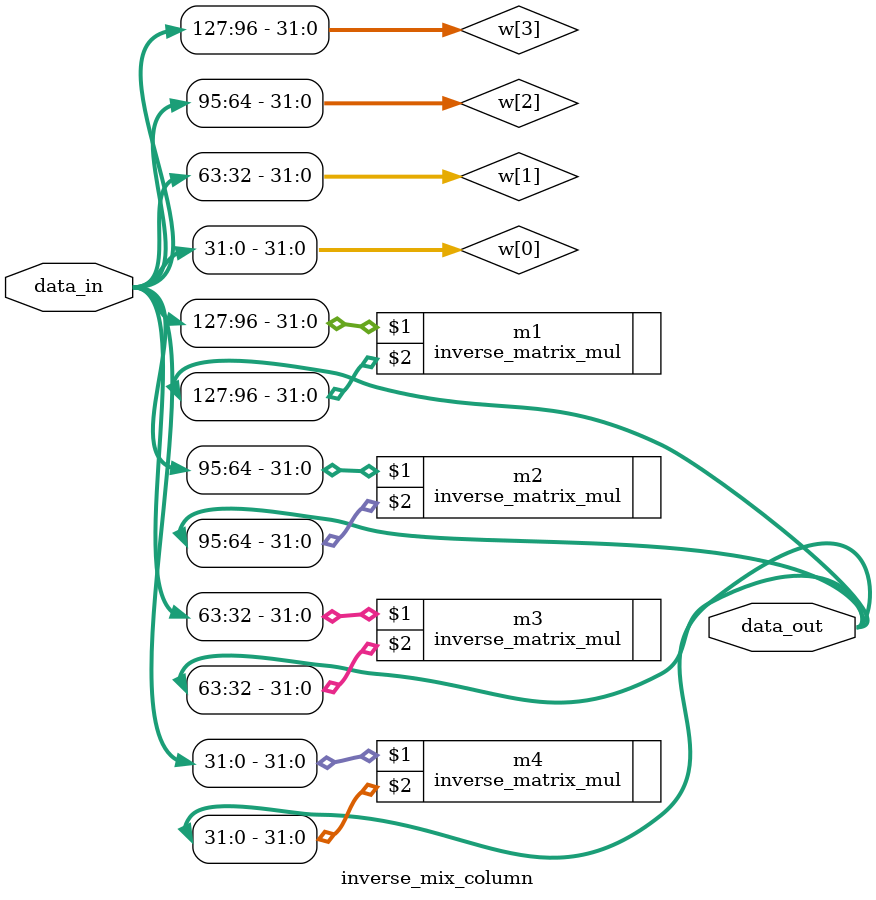
<source format=v>
module inverse_mix_column(
    input [127:0] data_in,
    output [127:0] data_out
    );
    
      wire [31:0]w[0:3];
      
       assign w[0] = data_in[31:0];
       assign w[1] = data_in[63:32];
       assign w[2] = data_in[95:64];
       assign w[3] = data_in[127:96];
       
        inverse_matrix_mul m1(w[3],data_out[127:96]);
        inverse_matrix_mul m2(w[2],data_out[95:64]);
        inverse_matrix_mul m3(w[1],data_out[63:32]);
        inverse_matrix_mul m4(w[0],data_out[31:0]);
    
endmodule

</source>
